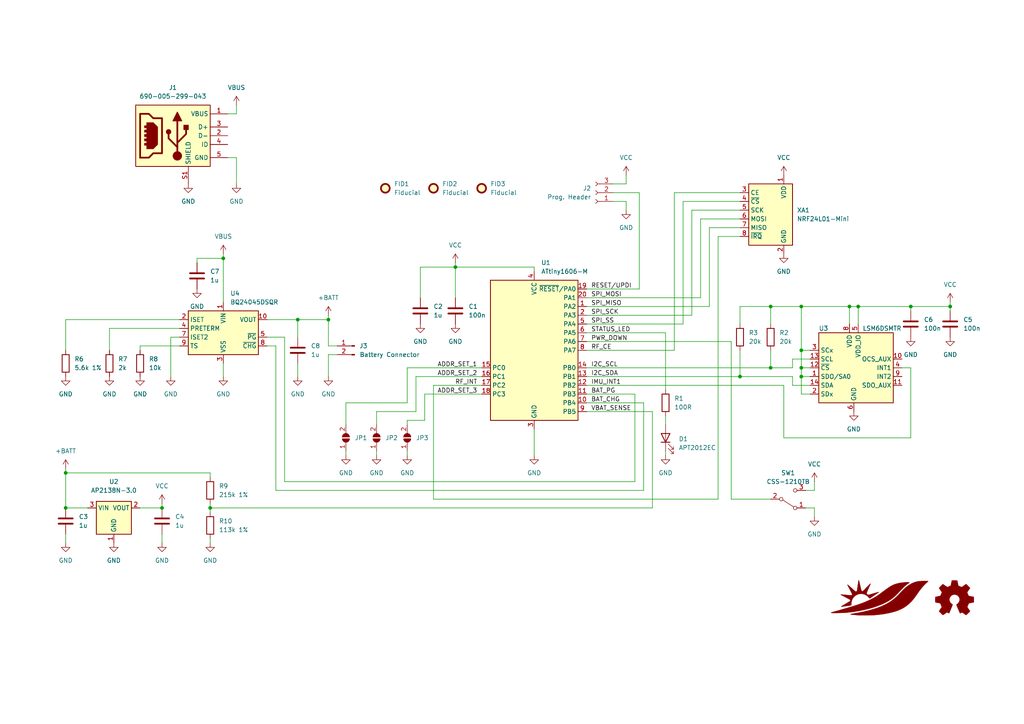
<source format=kicad_sch>
(kicad_sch (version 20230121) (generator eeschema)
  (paper "A4")
  (title_block (title "Twitch Switch") (date "2023-09-12") (rev "1.1") (company "Centre de réadaption\\nStan Cassidy\\nCentre for Rehabilitation\\n \\n \\n"))
  (lib_symbols
    (symbol "Connector:Conn_01x02_Male" (pin_names (offset 1.016) hide)
      (property "Reference" "J" (at 0 2.54 0))
      (property "Value" "Conn_01x02_Male" (at 0 -5.08 0))
      (symbol "Conn_01x02_Male_1_1"
        (pin passive line (at 5.08 0 180) (length 3.81) (name "Pin_1") (number "1"))
        (pin passive line (at 5.08 -2.54 180) (length 3.81) (name "Pin_2") (number "2"))
      )
    )
    (symbol "Connector:Conn_01x03_Female" (pin_names (offset 1.016) hide)
      (property "Reference" "J" (at 0 5.08 0))
      (property "Value" "Conn_01x03_Female" (at 0 -5.08 0))
      (symbol "Conn_01x03_Female_1_1"
        (pin passive line (at -5.08 2.54 0) (length 3.81) (name "Pin_1") (number "1"))
        (pin passive line (at -5.08 0 0) (length 3.81) (name "Pin_2") (number "2"))
        (pin passive line (at -5.08 -2.54 0) (length 3.81) (name "Pin_3") (number "3"))
      )
    )
    (symbol "Custom Symbols:690-005-299-043"
      (property "Reference" "J" (at 0.635 0 0))
      (property "Value" "690-005-299-043" (at 0 0 0))
      (symbol "690-005-299-043_1_1"
        (pin passive line (at 15.24 6.35 180) (length 5.08) (name "VBUS") (number "1"))
        (pin bidirectional line (at 15.24 0 180) (length 5.08) (name "D-") (number "2"))
        (pin bidirectional line (at 15.24 2.54 180) (length 5.08) (name "D+") (number "3"))
        (pin bidirectional line (at 15.24 -2.54 180) (length 5.08) (name "ID") (number "4"))
        (pin passive line (at 15.24 -6.35 180) (length 5.08) (name "GND") (number "5"))
        (pin passive line (at 3.81 -13.97 90) (length 5.08) (name "SHIELD") (number "S1"))
        (pin passive line (at 3.81 -13.97 90) (length 5.08) hide (name "SHIELD") (number "S2"))
        (pin passive line (at 3.81 -13.97 90) (length 5.08) hide (name "SHIELD") (number "S3"))
        (pin passive line (at 3.81 -13.97 90) (length 5.08) hide (name "SHIELD") (number "S4"))
      )
    )
    (symbol "Custom Symbols:AP2138N-3.0"
      (property "Reference" "U" (at 0 8.89 0))
      (property "Value" "AP2138N-3.0" (at 0 6.35 0))
      (symbol "AP2138N-3.0_1_1"
        (pin power_in line (at 0 -7.62 90) (length 2.54) (name "GND") (number "1"))
        (pin power_out line (at 7.62 2.54 180) (length 2.54) (name "VOUT") (number "2"))
        (pin power_in line (at -7.62 2.54 0) (length 2.54) (name "VIN") (number "3"))
      )
    )
    (symbol "Custom Symbols:BQ24045DSQR"
      (property "Reference" "U" (at -8.89 6.35 0))
      (property "Value" "BQ24045DSQR" (at 7.62 6.35 0))
      (symbol "BQ24045DSQR_1_1"
        (pin power_in line (at 0 7.62 270) (length 2.54) (name "VIN") (number "1"))
        (pin power_out line (at 12.7 2.54 180) (length 2.54) (name "VOUT") (number "10"))
        (pin passive line (at 0 -10.16 90) (length 2.54) hide (name "VSS") (number "11"))
        (pin input line (at -12.7 2.54 0) (length 2.54) (name "ISET") (number "2"))
        (pin power_in line (at 0 -10.16 90) (length 2.54) (name "VSS") (number "3"))
        (pin input line (at -12.7 0 0) (length 2.54) (name "PRETERM") (number "4"))
        (pin open_collector line (at 12.7 -2.54 180) (length 2.54) (name "~{PG}") (number "5"))
        (pin input line (at -12.7 -2.54 0) (length 2.54) (name "ISET2") (number "7"))
        (pin open_collector line (at 12.7 -5.08 180) (length 2.54) (name "~{CHG}") (number "8"))
        (pin input line (at -12.7 -5.08 0) (length 2.54) (name "TS") (number "9"))
      )
    )
    (symbol "Custom Symbols:LSM6DSMTR"
      (property "Reference" "U" (at -8.89 10.16 0))
      (property "Value" "LSM6DSMTR" (at 7.62 10.16 0))
      (symbol "LSM6DSMTR_1_1"
        (pin input line (at -12.7 -3.81 0) (length 2.54) (name "SDO/SA0") (number "1"))
        (pin bidirectional line (at 13.97 1.27 180) (length 2.54) (name "OCS_AUX") (number "10"))
        (pin bidirectional line (at 13.97 -6.35 180) (length 2.54) (name "SDO_AUX") (number "11"))
        (pin input line (at -12.7 -1.27 0) (length 2.54) (name "~{CS}") (number "12"))
        (pin bidirectional line (at -12.7 1.27 0) (length 2.54) (name "SCL") (number "13"))
        (pin bidirectional line (at -12.7 -6.35 0) (length 2.54) (name "SDA") (number "14"))
        (pin bidirectional line (at -12.7 -8.89 0) (length 2.54) (name "SDx") (number "2"))
        (pin bidirectional line (at -12.7 3.81 0) (length 2.54) (name "SCx") (number "3"))
        (pin output line (at 13.97 -1.27 180) (length 2.54) (name "INT1") (number "4"))
        (pin power_in line (at 1.27 11.43 270) (length 2.54) (name "VDD_IO") (number "5"))
        (pin power_in line (at 0 -13.97 90) (length 2.54) (name "GND") (number "6"))
        (pin passive line (at 0 -13.97 90) (length 2.54) hide (name "GND") (number "7"))
        (pin power_in line (at -1.27 11.43 270) (length 2.54) (name "VDD") (number "8"))
        (pin output line (at 13.97 -3.81 180) (length 2.54) (name "INT2") (number "9"))
      )
    )
    (symbol "Custom Symbols:Logo_Stan_Cassidy")
    (symbol "Custom Symbols:NRF24L01-Mini"
      (property "Reference" "XA" (at -8.89 12.7 0))
      (property "Value" "NRF24L01-Mini" (at -10.16 10.16 0))
      (symbol "NRF24L01-Mini_1_1"
        (pin power_in line (at 0 11.43 270) (length 2.54) (name "VDD") (number "1"))
        (pin power_in line (at 0 -11.43 90) (length 2.54) (name "GND") (number "2"))
        (pin input line (at -12.7 6.35 0) (length 2.54) (name "CE") (number "3"))
        (pin input line (at -12.7 3.81 0) (length 2.54) (name "~{CS}") (number "4"))
        (pin input line (at -12.7 1.27 0) (length 2.54) (name "SCK") (number "5"))
        (pin input line (at -12.7 -1.27 0) (length 2.54) (name "MOSI") (number "6"))
        (pin output line (at -12.7 -3.81 0) (length 2.54) (name "MISO") (number "7"))
        (pin output line (at -12.7 -6.35 0) (length 2.54) (name "~{IRQ}") (number "8"))
        (pin passive line (at 0 -11.43 90) (length 2.54) hide (name "GND") (number "9"))
      )
    )
    (symbol "Device:C" (pin_numbers hide) (pin_names (offset 0.254))
      (property "Reference" "C" (at 0.635 2.54 0))
      (property "Value" "C" (at 0.635 -2.54 0))
      (symbol "C_1_1"
        (pin passive line (at 0 3.81 270) (length 2.794) (name "~") (number "1"))
        (pin passive line (at 0 -3.81 90) (length 2.794) (name "~") (number "2"))
      )
    )
    (symbol "Device:LED" (pin_numbers hide) (pin_names (offset 1.016) hide)
      (property "Reference" "D" (at 0 2.54 0))
      (property "Value" "LED" (at 0 -2.54 0))
      (symbol "LED_1_1"
        (pin passive line (at -3.81 0 0) (length 2.54) (name "K") (number "1"))
        (pin passive line (at 3.81 0 180) (length 2.54) (name "A") (number "2"))
      )
    )
    (symbol "Device:R" (pin_numbers hide) (pin_names (offset 0))
      (property "Reference" "R" (at 2.032 0 90))
      (property "Value" "R" (at 0 0 90))
      (symbol "R_1_1"
        (pin passive line (at 0 3.81 270) (length 1.27) (name "~") (number "1"))
        (pin passive line (at 0 -3.81 90) (length 1.27) (name "~") (number "2"))
      )
    )
    (symbol "Graphic:Logo_Open_Hardware_Small" (pin_names (offset 1.016)))
    (symbol "Jumper:SolderJumper_2_Open" (pin_names (offset 0) hide)
      (property "Reference" "JP" (at 0 2.032 0))
      (property "Value" "SolderJumper_2_Open" (at 0 -2.54 0))
      (symbol "SolderJumper_2_Open_1_1"
        (pin passive line (at -3.81 0 0) (length 2.54) (name "A") (number "1"))
        (pin passive line (at 3.81 0 180) (length 2.54) (name "B") (number "2"))
      )
    )
    (symbol "MCU_Microchip_ATtiny:ATtiny1606-M"
      (property "Reference" "U" (at -12.7 21.59 0))
      (property "Value" "ATtiny1606-M" (at 2.54 -21.59 0))
      (symbol "ATtiny1606-M_1_1"
        (pin bidirectional line (at 15.24 12.7 180) (length 2.54) (name "PA2") (number "1"))
        (pin bidirectional line (at 15.24 -15.24 180) (length 2.54) (name "PB4") (number "10"))
        (pin bidirectional line (at 15.24 -12.7 180) (length 2.54) (name "PB3") (number "11"))
        (pin bidirectional line (at 15.24 -10.16 180) (length 2.54) (name "PB2") (number "12"))
        (pin bidirectional line (at 15.24 -7.62 180) (length 2.54) (name "PB1") (number "13"))
        (pin bidirectional line (at 15.24 -5.08 180) (length 2.54) (name "PB0") (number "14"))
        (pin bidirectional line (at -15.24 -5.08 0) (length 2.54) (name "PC0") (number "15"))
        (pin bidirectional line (at -15.24 -7.62 0) (length 2.54) (name "PC1") (number "16"))
        (pin bidirectional line (at -15.24 -10.16 0) (length 2.54) (name "PC2") (number "17"))
        (pin bidirectional line (at -15.24 -12.7 0) (length 2.54) (name "PC3") (number "18"))
        (pin bidirectional line (at 15.24 17.78 180) (length 2.54) (name "~{RESET}/PA0") (number "19"))
        (pin bidirectional line (at 15.24 10.16 180) (length 2.54) (name "PA3") (number "2"))
        (pin bidirectional line (at 15.24 15.24 180) (length 2.54) (name "PA1") (number "20"))
        (pin passive line (at 0 -22.86 90) (length 2.54) hide (name "GND") (number "21"))
        (pin power_in line (at 0 -22.86 90) (length 2.54) (name "GND") (number "3"))
        (pin power_in line (at 0 22.86 270) (length 2.54) (name "VCC") (number "4"))
        (pin bidirectional line (at 15.24 7.62 180) (length 2.54) (name "PA4") (number "5"))
        (pin bidirectional line (at 15.24 5.08 180) (length 2.54) (name "PA5") (number "6"))
        (pin bidirectional line (at 15.24 2.54 180) (length 2.54) (name "PA6") (number "7"))
        (pin bidirectional line (at 15.24 0 180) (length 2.54) (name "PA7") (number "8"))
        (pin bidirectional line (at 15.24 -17.78 180) (length 2.54) (name "PB5") (number "9"))
      )
    )
    (symbol "Mechanical:Fiducial"
      (property "Reference" "FID" (at 0 5.08 0))
      (property "Value" "Fiducial" (at 0 3.175 0))
    )
    (symbol "Switch:SW_SPDT" (pin_names (offset 0) hide)
      (property "Reference" "SW" (at 0 4.318 0))
      (property "Value" "SW_SPDT" (at 0 -5.08 0))
      (symbol "SW_SPDT_1_1"
        (pin passive line (at 5.08 2.54 180) (length 2.54) (name "A") (number "1"))
        (pin passive line (at -5.08 0 0) (length 2.54) (name "B") (number "2"))
        (pin passive line (at 5.08 -2.54 180) (length 2.54) (name "C") (number "3"))
      )
    )
    (symbol "power:+BATT" (power) (pin_names (offset 0))
      (property "Value" "+BATT" (at 0 3.556 0))
      (symbol "+BATT_1_1"
        (pin power_in line (at 0 0 90) (length 0) hide (name "+BATT") (number "1"))
      )
    )
    (symbol "power:GND" (power) (pin_names (offset 0))
      (property "Value" "GND" (at 0 -3.81 0))
      (symbol "GND_1_1"
        (pin power_in line (at 0 0 270) (length 0) hide (name "GND") (number "1"))
      )
    )
    (symbol "power:VBUS" (power) (pin_names (offset 0))
      (property "Value" "VBUS" (at 0 3.81 0))
      (symbol "VBUS_1_1"
        (pin power_in line (at 0 0 90) (length 0) hide (name "VBUS") (number "1"))
      )
    )
    (symbol "power:VCC" (power) (pin_names (offset 0))
      (property "Value" "VCC" (at 0 3.81 0))
      (symbol "VCC_1_1"
        (pin power_in line (at 0 0 90) (length 0) hide (name "VCC") (number "1"))
      )
    )
  )
  (junction (at 46.99 147.32))
  (junction (at 248.92 88.9))
  (junction (at 275.59 88.9))
  (junction (at 132.08 77.47))
  (junction (at 232.41 109.22))
  (junction (at 232.41 88.9))
  (junction (at 223.52 106.68))
  (junction (at 19.05 147.32))
  (junction (at 223.52 88.9))
  (junction (at 19.05 137.16))
  (junction (at 232.41 106.68))
  (junction (at 86.36 92.71))
  (junction (at 246.38 88.9))
  (junction (at 60.96 147.32))
  (junction (at 232.41 101.6))
  (junction (at 64.77 74.93))
  (junction (at 214.63 109.22))
  (junction (at 95.25 92.71))
  (junction (at 264.16 88.9))
  (wire (pts (xy 46.99 157.48) (xy 46.99 154.94)))
  (wire (pts (xy 264.16 88.9) (xy 275.59 88.9)))
  (wire (pts (xy 121.92 86.36) (xy 121.92 77.47)))
  (wire (pts (xy 60.96 147.32) (xy 189.23 147.32)))
  (wire (pts (xy 60.96 147.32) (xy 60.96 148.59)))
  (wire (pts (xy 214.63 63.5) (xy 203.2 63.5)))
  (wire (pts (xy 177.8 53.34) (xy 181.61 53.34)))
  (wire (pts (xy 66.04 33.02) (xy 68.58 33.02)))
  (wire (pts (xy 132.08 77.47) (xy 154.94 77.47)))
  (wire (pts (xy 170.18 101.6) (xy 195.58 101.6)))
  (wire (pts (xy 205.74 88.9) (xy 205.74 66.04)))
  (wire (pts (xy 109.22 132.08) (xy 109.22 130.81)))
  (wire (pts (xy 80.01 142.24) (xy 186.69 142.24)))
  (wire (pts (xy 246.38 88.9) (xy 248.92 88.9)))
  (wire (pts (xy 232.41 101.6) (xy 234.95 101.6)))
  (wire (pts (xy 86.36 109.22) (xy 86.36 105.41)))
  (wire (pts (xy 236.22 142.24) (xy 233.68 142.24)))
  (wire (pts (xy 95.25 102.87) (xy 97.79 102.87)))
  (wire (pts (xy 214.63 55.88) (xy 195.58 55.88)))
  (wire (pts (xy 203.2 63.5) (xy 203.2 86.36)))
  (wire (pts (xy 170.18 83.82) (xy 185.42 83.82)))
  (wire (pts (xy 77.47 92.71) (xy 86.36 92.71)))
  (wire (pts (xy 123.19 114.3) (xy 123.19 121.92)))
  (wire (pts (xy 95.25 91.44) (xy 95.25 92.71)))
  (wire (pts (xy 19.05 137.16) (xy 19.05 147.32)))
  (wire (pts (xy 60.96 137.16) (xy 19.05 137.16)))
  (wire (pts (xy 214.63 88.9) (xy 214.63 93.98)))
  (wire (pts (xy 31.75 101.6) (xy 31.75 95.25)))
  (wire (pts (xy 125.73 111.76) (xy 125.73 144.78)))
  (wire (pts (xy 214.63 101.6) (xy 214.63 109.22)))
  (wire (pts (xy 40.64 147.32) (xy 46.99 147.32)))
  (wire (pts (xy 229.87 106.68) (xy 229.87 104.14)))
  (wire (pts (xy 95.25 102.87) (xy 95.25 109.22)))
  (wire (pts (xy 236.22 147.32) (xy 236.22 149.86)))
  (wire (pts (xy 46.99 146.05) (xy 46.99 147.32)))
  (wire (pts (xy 212.09 144.78) (xy 223.52 144.78)))
  (wire (pts (xy 123.19 121.92) (xy 118.11 121.92)))
  (wire (pts (xy 275.59 88.9) (xy 275.59 90.17)))
  (wire (pts (xy 77.47 97.79) (xy 82.55 97.79)))
  (wire (pts (xy 68.58 45.72) (xy 68.58 53.34)))
  (wire (pts (xy 184.15 139.7) (xy 184.15 114.3)))
  (wire (pts (xy 232.41 88.9) (xy 246.38 88.9)))
  (wire (pts (xy 64.77 74.93) (xy 64.77 87.63)))
  (wire (pts (xy 193.04 96.52) (xy 193.04 113.03)))
  (wire (pts (xy 223.52 101.6) (xy 223.52 106.68)))
  (wire (pts (xy 125.73 144.78) (xy 208.28 144.78)))
  (wire (pts (xy 109.22 119.38) (xy 120.65 119.38)))
  (wire (pts (xy 264.16 88.9) (xy 264.16 90.17)))
  (wire (pts (xy 229.87 109.22) (xy 229.87 111.76)))
  (wire (pts (xy 186.69 116.84) (xy 170.18 116.84)))
  (wire (pts (xy 170.18 111.76) (xy 227.33 111.76)))
  (wire (pts (xy 154.94 132.08) (xy 154.94 124.46)))
  (wire (pts (xy 181.61 53.34) (xy 181.61 50.8)))
  (wire (pts (xy 60.96 157.48) (xy 60.96 156.21)))
  (wire (pts (xy 232.41 114.3) (xy 232.41 109.22)))
  (wire (pts (xy 52.07 100.33) (xy 40.64 100.33)))
  (wire (pts (xy 121.92 77.47) (xy 132.08 77.47)))
  (wire (pts (xy 19.05 157.48) (xy 19.05 154.94)))
  (wire (pts (xy 264.16 106.68) (xy 261.62 106.68)))
  (wire (pts (xy 177.8 55.88) (xy 185.42 55.88)))
  (wire (pts (xy 80.01 100.33) (xy 80.01 142.24)))
  (wire (pts (xy 229.87 104.14) (xy 234.95 104.14)))
  (wire (pts (xy 208.28 68.58) (xy 214.63 68.58)))
  (wire (pts (xy 170.18 109.22) (xy 214.63 109.22)))
  (wire (pts (xy 86.36 92.71) (xy 86.36 97.79)))
  (wire (pts (xy 95.25 92.71) (xy 95.25 100.33)))
  (wire (pts (xy 177.8 58.42) (xy 181.61 58.42)))
  (wire (pts (xy 64.77 73.66) (xy 64.77 74.93)))
  (wire (pts (xy 185.42 55.88) (xy 185.42 83.82)))
  (wire (pts (xy 60.96 146.05) (xy 60.96 147.32)))
  (wire (pts (xy 200.66 60.96) (xy 200.66 91.44)))
  (wire (pts (xy 66.04 45.72) (xy 68.58 45.72)))
  (wire (pts (xy 118.11 121.92) (xy 118.11 123.19)))
  (wire (pts (xy 214.63 109.22) (xy 229.87 109.22)))
  (wire (pts (xy 57.15 74.93) (xy 64.77 74.93)))
  (wire (pts (xy 118.11 116.84) (xy 100.33 116.84)))
  (wire (pts (xy 125.73 111.76) (xy 139.7 111.76)))
  (wire (pts (xy 170.18 93.98) (xy 198.12 93.98)))
  (wire (pts (xy 189.23 119.38) (xy 189.23 147.32)))
  (wire (pts (xy 49.53 97.79) (xy 49.53 109.22)))
  (wire (pts (xy 132.08 76.2) (xy 132.08 77.47)))
  (wire (pts (xy 132.08 77.47) (xy 132.08 86.36)))
  (wire (pts (xy 234.95 109.22) (xy 232.41 109.22)))
  (wire (pts (xy 154.94 77.47) (xy 154.94 78.74)))
  (wire (pts (xy 57.15 76.2) (xy 57.15 74.93)))
  (wire (pts (xy 212.09 99.06) (xy 212.09 144.78)))
  (wire (pts (xy 186.69 142.24) (xy 186.69 116.84)))
  (wire (pts (xy 170.18 96.52) (xy 193.04 96.52)))
  (wire (pts (xy 193.04 130.81) (xy 193.04 132.08)))
  (wire (pts (xy 40.64 100.33) (xy 40.64 101.6)))
  (wire (pts (xy 214.63 88.9) (xy 223.52 88.9)))
  (wire (pts (xy 82.55 139.7) (xy 184.15 139.7)))
  (wire (pts (xy 229.87 111.76) (xy 234.95 111.76)))
  (wire (pts (xy 184.15 114.3) (xy 170.18 114.3)))
  (wire (pts (xy 68.58 33.02) (xy 68.58 30.48)))
  (wire (pts (xy 264.16 106.68) (xy 264.16 127)))
  (wire (pts (xy 223.52 106.68) (xy 229.87 106.68)))
  (wire (pts (xy 236.22 139.7) (xy 236.22 142.24)))
  (wire (pts (xy 120.65 119.38) (xy 120.65 109.22)))
  (wire (pts (xy 109.22 123.19) (xy 109.22 119.38)))
  (wire (pts (xy 234.95 106.68) (xy 232.41 106.68)))
  (wire (pts (xy 170.18 86.36) (xy 203.2 86.36)))
  (wire (pts (xy 208.28 144.78) (xy 208.28 68.58)))
  (wire (pts (xy 52.07 97.79) (xy 49.53 97.79)))
  (wire (pts (xy 246.38 93.98) (xy 246.38 88.9)))
  (wire (pts (xy 77.47 100.33) (xy 80.01 100.33)))
  (wire (pts (xy 234.95 114.3) (xy 232.41 114.3)))
  (wire (pts (xy 118.11 106.68) (xy 118.11 116.84)))
  (wire (pts (xy 198.12 58.42) (xy 214.63 58.42)))
  (wire (pts (xy 212.09 99.06) (xy 170.18 99.06)))
  (wire (pts (xy 19.05 147.32) (xy 25.4 147.32)))
  (wire (pts (xy 181.61 58.42) (xy 181.61 60.96)))
  (wire (pts (xy 233.68 147.32) (xy 236.22 147.32)))
  (wire (pts (xy 60.96 138.43) (xy 60.96 137.16)))
  (wire (pts (xy 139.7 106.68) (xy 118.11 106.68)))
  (wire (pts (xy 100.33 116.84) (xy 100.33 123.19)))
  (wire (pts (xy 198.12 93.98) (xy 198.12 58.42)))
  (wire (pts (xy 214.63 60.96) (xy 200.66 60.96)))
  (wire (pts (xy 189.23 119.38) (xy 170.18 119.38)))
  (wire (pts (xy 232.41 106.68) (xy 232.41 101.6)))
  (wire (pts (xy 100.33 132.08) (xy 100.33 130.81)))
  (wire (pts (xy 275.59 87.63) (xy 275.59 88.9)))
  (wire (pts (xy 170.18 91.44) (xy 200.66 91.44)))
  (wire (pts (xy 19.05 92.71) (xy 52.07 92.71)))
  (wire (pts (xy 227.33 111.76) (xy 227.33 127)))
  (wire (pts (xy 82.55 97.79) (xy 82.55 139.7)))
  (wire (pts (xy 95.25 100.33) (xy 97.79 100.33)))
  (wire (pts (xy 223.52 88.9) (xy 223.52 93.98)))
  (wire (pts (xy 223.52 88.9) (xy 232.41 88.9)))
  (wire (pts (xy 205.74 66.04) (xy 214.63 66.04)))
  (wire (pts (xy 86.36 92.71) (xy 95.25 92.71)))
  (wire (pts (xy 31.75 95.25) (xy 52.07 95.25)))
  (wire (pts (xy 64.77 109.22) (xy 64.77 105.41)))
  (wire (pts (xy 118.11 130.81) (xy 118.11 132.08)))
  (wire (pts (xy 248.92 88.9) (xy 264.16 88.9)))
  (wire (pts (xy 232.41 101.6) (xy 232.41 88.9)))
  (wire (pts (xy 227.33 127) (xy 264.16 127)))
  (wire (pts (xy 232.41 109.22) (xy 232.41 106.68)))
  (wire (pts (xy 120.65 109.22) (xy 139.7 109.22)))
  (wire (pts (xy 19.05 101.6) (xy 19.05 92.71)))
  (wire (pts (xy 193.04 120.65) (xy 193.04 123.19)))
  (wire (pts (xy 248.92 93.98) (xy 248.92 88.9)))
  (wire (pts (xy 139.7 114.3) (xy 123.19 114.3)))
  (wire (pts (xy 170.18 88.9) (xy 205.74 88.9)))
  (wire (pts (xy 19.05 135.89) (xy 19.05 137.16)))
  (wire (pts (xy 195.58 55.88) (xy 195.58 101.6)))
  (wire (pts (xy 170.18 106.68) (xy 223.52 106.68)))
  (label "PWR_DOWN" (at 171.45 99.06 0))
  (label "I2C_SDA" (at 171.45 109.22 0))
  (label "RF_CE" (at 171.45 101.6 0))
  (label "SPI_SS" (at 171.45 93.98 0))
  (label "STATUS_LED" (at 171.45 96.52 0))
  (label "IMU_INT1" (at 171.45 111.76 0))
  (label "BAT_CHG" (at 171.45 116.84 0))
  (label "RESET{slash}UPDI" (at 171.45 83.82 0))
  (label "ADDR_SET_3" (at 138.43 114.3 180))
  (label "SPI_MISO" (at 171.45 88.9 0))
  (label "RF_INT" (at 138.43 111.76 180))
  (label "SPI_MOSI" (at 171.45 86.36 0))
  (label "BAT_PG" (at 171.45 114.3 0))
  (label "SPI_SCK" (at 171.45 91.44 0))
  (label "ADDR_SET_2" (at 138.43 109.22 180))
  (label "ADDR_SET_1" (at 138.43 106.68 180))
  (label "I2C_SCL" (at 171.45 106.68 0))
  (label "VBAT_SENSE" (at 171.45 119.38 0))
  (symbol (lib_id "Switch:SW_SPDT") (at 228.6 144.78 0) (mirror x) (unit 1)
    (property "Reference" "SW1" (at 228.6 137.16 0))
    (property "Value" "CSS-1210TB" (at 228.6 139.7 0))
    (property "Footprint" "footprints:CSS-1210TB" (effects hide))
    (property "Datasheet" "https://www.nidec-copal-electronics.com/e/catalog/switch/css.pdf" (effects hide))
    (property "Part" "CSS-1210TB" (effects hide))
  )
  (symbol (lib_id "Mechanical:Fiducial") (at 125.73 54.61 0) (unit 1) (in_bom no)
    (property "Reference" "FID2" (at 128.27 53.3399 0) (effects (justify left)))
    (property "Value" "Fiducial" (at 128.27 55.8799 0) (effects (justify left)))
    (property "Footprint" "Fiducial:Fiducial_0.5mm_Mask1mm" (effects hide))
  )
  (symbol (lib_id "Jumper:SolderJumper_2_Open") (at 118.11 127 90) (unit 1) (in_bom no)
    (property "Reference" "JP3" (at 120.65 126.9999 90) (effects (justify right)))
    (property "Value" "SolderJumper_2_Open" (effects hide))
    (property "Footprint" "Jumper:SolderJumper-2_P1.3mm_Open_RoundedPad1.0x1.5mm" (effects hide))
  )
  (symbol (lib_id "power:+BATT") (at 19.05 135.89 0) (unit 1)
    (property "Reference" "#PWR0138" (effects hide))
    (property "Value" "+BATT" (at 19.05 130.81 0))
  )
  (symbol (lib_id "power:GND") (at 247.65 119.38 0) (unit 1)
    (property "Reference" "#PWR0103" (effects hide))
    (property "Value" "GND" (at 247.65 124.46 0))
  )
  (symbol (lib_id "Custom Symbols:NRF24L01-Mini") (at 227.33 62.23 0) (unit 1)
    (property "Reference" "XA1" (at 231.14 60.9599 0) (effects (justify left)))
    (property "Value" "NRF24L01-Mini" (at 231.14 63.4999 0) (effects (justify left)))
    (property "Footprint" "footprints:NRF24L01-Mini" (effects hide))
    (property "Datasheet" "https://www.hotmcu.com/mini-nrf24l01-24ghz-smd-wireless-transceiver-module-p-275.html" (effects hide))
    (property "Part" "NRF24L01-Mini" (effects hide))
  )
  (symbol (lib_id "power:GND") (at 19.05 157.48 0) (unit 1)
    (property "Reference" "#PWR0108" (effects hide))
    (property "Value" "GND" (at 19.05 162.56 0))
  )
  (symbol (lib_id "power:GND") (at 68.58 53.34 0) (unit 1)
    (property "Reference" "#PWR0122" (effects hide))
    (property "Value" "GND" (at 68.58 58.42 0))
  )
  (symbol (lib_id "Device:R") (at 223.52 97.79 0) (unit 1)
    (property "Reference" "R2" (at 226.06 96.5199 0) (effects (justify left)))
    (property "Value" "20k" (at 226.06 99.0599 0) (effects (justify left)))
    (property "Footprint" "Resistor_SMD:R_0402_1005Metric" (effects hide))
    (property "Datasheet" "https://www.seielect.com/catalog/sei-rmcf_rmcp.pdf" (effects hide))
    (property "Part" "RMCF0603JT20K0" (effects hide))
  )
  (symbol (lib_id "power:GND") (at 118.11 132.08 0) (unit 1)
    (property "Reference" "#PWR0114" (effects hide))
    (property "Value" "GND" (at 118.11 137.16 0))
  )
  (symbol (lib_id "Jumper:SolderJumper_2_Open") (at 109.22 127 90) (unit 1) (in_bom no)
    (property "Reference" "JP2" (at 111.76 126.9999 90) (effects (justify right)))
    (property "Value" "SolderJumper_2_Open" (effects hide))
    (property "Footprint" "Jumper:SolderJumper-2_P1.3mm_Open_RoundedPad1.0x1.5mm" (effects hide))
  )
  (symbol (lib_id "Device:R") (at 193.04 116.84 0) (unit 1)
    (property "Reference" "R1" (at 195.58 115.5699 0) (effects (justify left)))
    (property "Value" "100R" (at 195.58 118.1099 0) (effects (justify left)))
    (property "Footprint" "Resistor_SMD:R_0402_1005Metric" (effects hide))
    (property "Datasheet" "https://www.seielect.com/catalog/sei-rmcf_rmcp.pdf" (effects hide))
    (property "Part" "RMCF0603JT100R" (effects hide))
  )
  (symbol (lib_id "power:GND") (at 193.04 132.08 0) (unit 1)
    (property "Reference" "#PWR0113" (effects hide))
    (property "Value" "GND" (at 193.04 137.16 0))
  )
  (symbol (lib_id "power:GND") (at 60.96 157.48 0) (unit 1)
    (property "Reference" "#PWR0136" (effects hide))
    (property "Value" "GND" (at 60.96 162.56 0))
  )
  (symbol (lib_id "power:GND") (at 275.59 97.79 0) (unit 1)
    (property "Reference" "#PWR0101" (effects hide))
    (property "Value" "GND" (at 275.59 102.87 0))
  )
  (symbol (lib_id "Custom Symbols:LSM6DSMTR") (at 247.65 105.41 0) (unit 1)
    (property "Reference" "U3" (at 237.49 95.25 0) (effects (justify left)))
    (property "Value" "LSM6DSMTR" (at 250.19 95.25 0) (effects (justify left)))
    (property "Footprint" "footprints:LSM6DSMTR" (effects hide))
    (property "Datasheet" "https://www.st.com/content/ccc/resource/technical/document/datasheet/76/27/cf/88/c5/03/42/6b/DM00218116.pdf/files/DM00218116.pdf/jcr:content/translations/en.DM00218116.pdf" (effects hide))
  )
  (symbol (lib_id "power:GND") (at 33.02 157.48 0) (unit 1)
    (property "Reference" "#PWR0109" (effects hide))
    (property "Value" "GND" (at 33.02 162.56 0))
  )
  (symbol (lib_id "Device:R") (at 19.05 105.41 0) (unit 1)
    (property "Reference" "R6" (at 21.59 104.1399 0) (effects (justify left)))
    (property "Value" "5.6k 1%" (at 21.59 106.6799 0) (effects (justify left)))
    (property "Footprint" "Resistor_SMD:R_0402_1005Metric" (effects hide))
    (property "Datasheet" "https://www.seielect.com/catalog/sei-rmcf_rmcp.pdf" (effects hide))
    (property "Part" "RMCF0603FT5K60" (effects hide))
  )
  (symbol (lib_id "Mechanical:Fiducial") (at 111.76 54.61 0) (unit 1) (in_bom no)
    (property "Reference" "FID1" (at 114.3 53.3399 0) (effects (justify left)))
    (property "Value" "Fiducial" (at 114.3 55.8799 0) (effects (justify left)))
    (property "Footprint" "Fiducial:Fiducial_0.5mm_Mask1mm" (effects hide))
  )
  (symbol (lib_id "Graphic:Logo_Open_Hardware_Small") (at 276.86 173.99 0) (unit 1) (in_bom no)
    (property "Reference" "LOGO1" (effects hide))
    (property "Value" "Logo_Open_Hardware_Small" (effects hide))
    (property "Footprint" "Symbol:OSHW-Logo_11.4x12mm_SilkScreen" (effects hide))
  )
  (symbol (lib_id "power:VCC") (at 132.08 76.2 0) (unit 1)
    (property "Reference" "#PWR0106" (effects hide))
    (property "Value" "VCC" (at 132.08 71.12 0))
  )
  (symbol (lib_id "power:GND") (at 227.33 73.66 0) (unit 1)
    (property "Reference" "#PWR0131" (effects hide))
    (property "Value" "GND" (at 227.33 78.74 0))
  )
  (symbol (lib_id "Device:C") (at 46.99 151.13 180) (unit 1)
    (property "Reference" "C4" (at 50.8 149.8599 0) (effects (justify right)))
    (property "Value" "1u" (at 50.8 152.3999 0) (effects (justify right)))
    (property "Footprint" "Capacitor_SMD:C_0402_1005Metric" (effects hide))
    (property "Datasheet" "https://media.digikey.com/pdf/Data%20Sheets/Samsung%20PDFs/CL10B104KB8NNWC_Spec.pdf" (effects hide))
    (property "Part" "CL10B105KP8NFNC" (effects hide))
  )
  (symbol (lib_id "power:GND") (at 40.64 109.22 0) (unit 1)
    (property "Reference" "#PWR0135" (effects hide))
    (property "Value" "GND" (at 40.64 114.3 0))
  )
  (symbol (lib_id "Custom Symbols:BQ24045DSQR") (at 64.77 95.25 0) (unit 1)
    (property "Reference" "U4" (at 66.7894 85.09 0) (effects (justify left)))
    (property "Value" "BQ24045DSQR" (at 66.7894 87.63 0) (effects (justify left)))
    (property "Footprint" "footprints:BQ24045DSQR" (effects hide))
    (property "Datasheet" "https://www.ti.com/lit/ds/symlink/bq24045.pdf" (effects hide))
    (property "Part" "BQ24045DSQR" (effects hide))
  )
  (symbol (lib_id "power:GND") (at 86.36 109.22 0) (unit 1)
    (property "Reference" "#PWR0126" (effects hide))
    (property "Value" "GND" (at 86.36 114.3 0))
  )
  (symbol (lib_id "power:GND") (at 46.99 157.48 0) (unit 1)
    (property "Reference" "#PWR0104" (effects hide))
    (property "Value" "GND" (at 46.99 162.56 0))
  )
  (symbol (lib_id "Device:C") (at 86.36 101.6 180) (unit 1)
    (property "Reference" "C8" (at 90.17 100.3299 0) (effects (justify right)))
    (property "Value" "1u" (at 90.17 102.8699 0) (effects (justify right)))
    (property "Footprint" "Capacitor_SMD:C_0402_1005Metric" (effects hide))
    (property "Datasheet" "https://media.digikey.com/pdf/Data%20Sheets/Samsung%20PDFs/CL10B104KB8NNWC_Spec.pdf" (effects hide))
    (property "Part" "CL10B105KP8NFNC" (effects hide))
  )
  (symbol (lib_id "power:GND") (at 100.33 132.08 0) (unit 1)
    (property "Reference" "#PWR0115" (effects hide))
    (property "Value" "GND" (at 100.33 137.16 0))
  )
  (symbol (lib_id "Device:R") (at 31.75 105.41 0) (unit 1)
    (property "Reference" "R7" (at 34.29 104.1399 0) (effects (justify left)))
    (property "Value" "2k" (at 34.29 106.6799 0) (effects (justify left)))
    (property "Footprint" "Resistor_SMD:R_0402_1005Metric" (effects hide))
    (property "Datasheet" "https://www.seielect.com/catalog/sei-rmcf_rmcp.pdf" (effects hide))
    (property "Part" "RMCF0603JT2K00" (effects hide))
  )
  (symbol (lib_id "power:GND") (at 264.16 97.79 0) (unit 1)
    (property "Reference" "#PWR0128" (effects hide))
    (property "Value" "GND" (at 264.16 102.87 0))
  )
  (symbol (lib_id "power:GND") (at 19.05 109.22 0) (unit 1)
    (property "Reference" "#PWR0133" (effects hide))
    (property "Value" "GND" (at 19.05 114.3 0))
  )
  (symbol (lib_id "power:VCC") (at 275.59 87.63 0) (unit 1)
    (property "Reference" "#PWR0102" (effects hide))
    (property "Value" "VCC" (at 275.59 82.55 0))
  )
  (symbol (lib_id "power:VCC") (at 46.99 146.05 0) (unit 1)
    (property "Reference" "#PWR0105" (effects hide))
    (property "Value" "VCC" (at 46.99 140.97 0))
  )
  (symbol (lib_id "Device:C") (at 264.16 93.98 180) (unit 1)
    (property "Reference" "C6" (at 267.97 92.7099 0) (effects (justify right)))
    (property "Value" "100n" (at 267.97 95.2499 0) (effects (justify right)))
    (property "Footprint" "Capacitor_SMD:C_0402_1005Metric" (effects hide))
    (property "Datasheet" "https://media.digikey.com/pdf/Data%20Sheets/Samsung%20PDFs/CL10B104KB8NNWC_Spec.pdf" (effects hide))
    (property "Part" "CL10B105KP8NFNC" (effects hide))
  )
  (symbol (lib_id "power:GND") (at 64.77 109.22 0) (unit 1)
    (property "Reference" "#PWR0124" (effects hide))
    (property "Value" "GND" (at 64.77 114.3 0))
  )
  (symbol (lib_id "Mechanical:Fiducial") (at 139.7 54.61 0) (unit 1) (in_bom no)
    (property "Reference" "FID3" (at 142.24 53.3399 0) (effects (justify left)))
    (property "Value" "Fiducial" (at 142.24 55.8799 0) (effects (justify left)))
    (property "Footprint" "Fiducial:Fiducial_0.5mm_Mask1mm" (effects hide))
  )
  (symbol (lib_id "power:GND") (at 236.22 149.86 0) (mirror y) (unit 1)
    (property "Reference" "#PWR0127" (effects hide))
    (property "Value" "GND" (at 236.22 154.94 0))
  )
  (symbol (lib_id "power:VBUS") (at 68.58 30.48 0) (unit 1)
    (property "Reference" "#PWR0130" (effects hide))
    (property "Value" "VBUS" (at 68.58 25.4 0))
  )
  (symbol (lib_id "Connector:Conn_01x02_Male") (at 102.87 100.33 0) (mirror y) (unit 1)
    (property "Reference" "J3" (at 105.41 100.33 0))
    (property "Value" "Battery Connector" (at 113.03 102.87 0))
    (property "Footprint" "Connector_JST:JST_PH_S2B-PH-K_1x02_P2.00mm_Horizontal" (effects hide))
    (property "Datasheet" "https://www.jst-mfg.com/product/pdf/eng/ePH.pdf" (effects hide))
    (property "Part" "S2B-PH-K-S(LF)(SN)" (effects hide))
  )
  (symbol (lib_id "power:+BATT") (at 95.25 91.44 0) (unit 1)
    (property "Reference" "#PWR0110" (effects hide))
    (property "Value" "+BATT" (at 95.25 86.36 0))
  )
  (symbol (lib_id "Custom Symbols:AP2138N-3.0") (at 33.02 149.86 0) (unit 1)
    (property "Reference" "U2" (at 33.02 139.7 0))
    (property "Value" "AP2138N-3.0" (at 33.02 142.24 0))
    (property "Footprint" "Package_TO_SOT_SMD:SOT-23" (effects hide))
    (property "Datasheet" "https://www.diodes.com/assets/Datasheets/AP2138-9.pdf" (effects hide))
    (property "Part" "AP2138N-3.0TRG1" (effects hide))
  )
  (symbol (lib_id "power:GND") (at 49.53 109.22 0) (unit 1)
    (property "Reference" "#PWR0132" (effects hide))
    (property "Value" "GND" (at 49.53 114.3 0))
  )
  (symbol (lib_id "Device:C") (at 121.92 90.17 180) (unit 1)
    (property "Reference" "C2" (at 125.73 88.8999 0) (effects (justify right)))
    (property "Value" "1u" (at 125.73 91.4399 0) (effects (justify right)))
    (property "Footprint" "Capacitor_SMD:C_0402_1005Metric" (effects hide))
    (property "Datasheet" "https://media.digikey.com/pdf/Data%20Sheets/Samsung%20PDFs/CL10B104KB8NNWC_Spec.pdf" (effects hide))
    (property "Part" "CL10B105KP8NFNC" (effects hide))
  )
  (symbol (lib_id "Device:C") (at 57.15 80.01 180) (unit 1)
    (property "Reference" "C7" (at 60.96 78.7399 0) (effects (justify right)))
    (property "Value" "1u" (at 60.96 81.2799 0) (effects (justify right)))
    (property "Footprint" "Capacitor_SMD:C_0402_1005Metric" (effects hide))
    (property "Datasheet" "https://media.digikey.com/pdf/Data%20Sheets/Samsung%20PDFs/CL10B104KB8NNWC_Spec.pdf" (effects hide))
    (property "Part" "CL10B105KP8NFNC" (effects hide))
  )
  (symbol (lib_id "Device:C") (at 19.05 151.13 180) (unit 1)
    (property "Reference" "C3" (at 22.86 149.8599 0) (effects (justify right)))
    (property "Value" "1u" (at 22.86 152.3999 0) (effects (justify right)))
    (property "Footprint" "Capacitor_SMD:C_0402_1005Metric" (effects hide))
    (property "Datasheet" "https://media.digikey.com/pdf/Data%20Sheets/Samsung%20PDFs/CL10B104KB8NNWC_Spec.pdf" (effects hide))
    (property "Part" "CL10B105KP8NFNC" (effects hide))
  )
  (symbol (lib_id "Device:LED") (at 193.04 127 90) (unit 1)
    (property "Reference" "D1" (at 196.85 127.3174 90) (effects (justify right)))
    (property "Value" "APT2012EC" (at 196.85 129.8574 90) (effects (justify right)))
    (property "Footprint" "LED_SMD:LED_0805_2012Metric" (effects hide))
    (property "Datasheet" "https://www.kingbrightusa.com/images/catalog/SPEC/APT2012EC.pdf" (effects hide))
    (property "Part" "APT2012EC" (effects hide))
  )
  (symbol (lib_id "power:GND") (at 132.08 93.98 0) (unit 1)
    (property "Reference" "#PWR0111" (effects hide))
    (property "Value" "GND" (at 132.08 99.06 0))
  )
  (symbol (lib_id "Device:R") (at 40.64 105.41 0) (unit 1)
    (property "Reference" "R8" (at 43.18 104.1399 0) (effects (justify left)))
    (property "Value" "10k" (at 43.18 106.6799 0) (effects (justify left)))
    (property "Footprint" "Resistor_SMD:R_0402_1005Metric" (effects hide))
    (property "Datasheet" "https://www.seielect.com/catalog/sei-rmcf_rmcp.pdf" (effects hide))
    (property "Part" "RMCF0603JT10K0" (effects hide))
  )
  (symbol (lib_id "Custom Symbols:Logo_Stan_Cassidy") (at 255.27 173.99 0) (unit 1) (in_bom no)
    (property "Reference" "LOGO2" (effects hide))
    (property "Value" "Logo_Stan_Cassidy" (effects hide))
    (property "Footprint" "footprints:Logo_Stan_Cassidy" (effects hide))
  )
  (symbol (lib_id "power:VCC") (at 181.61 50.8 0) (unit 1)
    (property "Reference" "#PWR0118" (effects hide))
    (property "Value" "VCC" (at 181.61 45.72 0))
  )
  (symbol (lib_id "power:VCC") (at 227.33 50.8 0) (unit 1)
    (property "Reference" "#PWR0120" (effects hide))
    (property "Value" "VCC" (at 227.33 45.72 0))
  )
  (symbol (lib_id "Jumper:SolderJumper_2_Open") (at 100.33 127 90) (unit 1) (in_bom no)
    (property "Reference" "JP1" (at 102.87 126.9999 90) (effects (justify right)))
    (property "Value" "SolderJumper_2_Open" (effects hide))
    (property "Footprint" "Jumper:SolderJumper-2_P1.3mm_Open_RoundedPad1.0x1.5mm" (effects hide))
  )
  (symbol (lib_id "power:GND") (at 57.15 83.82 0) (unit 1)
    (property "Reference" "#PWR0125" (effects hide))
    (property "Value" "GND" (at 57.15 88.9 0))
  )
  (symbol (lib_id "Connector:Conn_01x03_Female") (at 172.72 55.88 180) (unit 1) (in_bom no)
    (property "Reference" "J2" (at 171.45 54.61 0) (effects (justify left)))
    (property "Value" "Prog. Header" (at 171.45 57.15 0) (effects (justify left)))
    (property "Footprint" "Connector_PinHeader_2.54mm:PinHeader_1x03_P2.54mm_Vertical" (effects hide))
  )
  (symbol (lib_id "power:GND") (at 31.75 109.22 0) (unit 1)
    (property "Reference" "#PWR0134" (effects hide))
    (property "Value" "GND" (at 31.75 114.3 0))
  )
  (symbol (lib_id "Device:R") (at 214.63 97.79 0) (unit 1)
    (property "Reference" "R3" (at 217.17 96.5199 0) (effects (justify left)))
    (property "Value" "20k" (at 217.17 99.0599 0) (effects (justify left)))
    (property "Footprint" "Resistor_SMD:R_0402_1005Metric" (effects hide))
    (property "Datasheet" "https://www.seielect.com/catalog/sei-rmcf_rmcp.pdf" (effects hide))
    (property "Part" "RMCF0603JT20K0" (effects hide))
  )
  (symbol (lib_id "power:VCC") (at 236.22 139.7 0) (mirror y) (unit 1)
    (property "Reference" "#PWR0137" (effects hide))
    (property "Value" "VCC" (at 236.22 134.62 0))
  )
  (symbol (lib_id "MCU_Microchip_ATtiny:ATtiny1606-M") (at 154.94 101.6 0) (unit 1)
    (property "Reference" "U1" (at 156.9594 76.2 0) (effects (justify left)))
    (property "Value" "ATtiny1606-M" (at 156.9594 78.74 0) (effects (justify left)))
    (property "Footprint" "Package_DFN_QFN:VQFN-20-1EP_3x3mm_P0.4mm_EP1.7x1.7mm" (effects hide))
    (property "Datasheet" "http://ww1.microchip.com/downloads/en/DeviceDoc/ATtiny806_1606_Data_Sheet_40002029A.pdf" (effects hide))
    (property "Part" "ATtiny1606-MFR" (effects hide))
  )
  (symbol (lib_id "power:GND") (at 95.25 109.22 0) (mirror y) (unit 1)
    (property "Reference" "#PWR0119" (effects hide))
    (property "Value" "GND" (at 95.25 114.3 0))
  )
  (symbol (lib_id "power:GND") (at 121.92 93.98 0) (unit 1)
    (property "Reference" "#PWR0107" (effects hide))
    (property "Value" "GND" (at 121.92 99.06 0))
  )
  (symbol (lib_id "Custom Symbols:690-005-299-043") (at 50.8 39.37 0) (unit 1)
    (property "Reference" "J1" (at 50.165 25.4 0))
    (property "Value" "690-005-299-043" (at 50.165 27.94 0))
    (property "Footprint" "footprints:690-005-299-043" (effects hide))
    (property "Datasheet" "http://files.edac.net/edac/content/1/690-005-299-043.pdf" (effects hide))
  )
  (symbol (lib_id "power:GND") (at 154.94 132.08 0) (unit 1)
    (property "Reference" "#PWR0112" (effects hide))
    (property "Value" "GND" (at 154.94 137.16 0))
  )
  (symbol (lib_id "power:GND") (at 54.61 53.34 0) (unit 1)
    (property "Reference" "#PWR0121" (effects hide))
    (property "Value" "GND" (at 54.61 58.42 0))
  )
  (symbol (lib_id "Device:R") (at 60.96 142.24 0) (unit 1)
    (property "Reference" "R9" (at 63.5 140.9699 0) (effects (justify left)))
    (property "Value" "215k 1%" (at 63.5 143.5099 0) (effects (justify left)))
    (property "Footprint" "Resistor_SMD:R_0402_1005Metric" (effects hide))
    (property "Datasheet" "https://www.seielect.com/catalog/sei-rmcf_rmcp.pdf" (effects hide))
    (property "Part" "RMCF0603FT215K" (effects hide))
  )
  (symbol (lib_id "Device:C") (at 275.59 93.98 180) (unit 1)
    (property "Reference" "C5" (at 279.4 92.7099 0) (effects (justify right)))
    (property "Value" "100n" (at 279.4 95.2499 0) (effects (justify right)))
    (property "Footprint" "Capacitor_SMD:C_0402_1005Metric" (effects hide))
    (property "Datasheet" "https://media.digikey.com/pdf/Data%20Sheets/Samsung%20PDFs/CL10B104KB8NNWC_Spec.pdf" (effects hide))
    (property "Part" "CL10B105KP8NFNC" (effects hide))
  )
  (symbol (lib_id "Device:C") (at 132.08 90.17 180) (unit 1)
    (property "Reference" "C1" (at 135.89 88.8999 0) (effects (justify right)))
    (property "Value" "100n" (at 135.89 91.4399 0) (effects (justify right)))
    (property "Footprint" "Capacitor_SMD:C_0402_1005Metric" (effects hide))
    (property "Datasheet" "https://media.digikey.com/pdf/Data%20Sheets/Samsung%20PDFs/CL10B104KB8NNWC_Spec.pdf" (effects hide))
    (property "Part" "CL10B104KB8NNWC" (effects hide))
  )
  (symbol (lib_id "power:VBUS") (at 64.77 73.66 0) (unit 1)
    (property "Reference" "#PWR0123" (effects hide))
    (property "Value" "VBUS" (at 64.77 68.58 0))
  )
  (symbol (lib_id "power:GND") (at 181.61 60.96 0) (mirror y) (unit 1)
    (property "Reference" "#PWR0117" (effects hide))
    (property "Value" "GND" (at 181.61 66.04 0))
  )
  (symbol (lib_id "power:GND") (at 109.22 132.08 0) (unit 1)
    (property "Reference" "#PWR0116" (effects hide))
    (property "Value" "GND" (at 109.22 137.16 0))
  )
  (symbol (lib_id "Device:R") (at 60.96 152.4 0) (unit 1)
    (property "Reference" "R10" (at 63.5 151.1299 0) (effects (justify left)))
    (property "Value" "113k 1%" (at 63.5 153.6699 0) (effects (justify left)))
    (property "Footprint" "Resistor_SMD:R_0402_1005Metric" (effects hide))
    (property "Datasheet" "https://www.seielect.com/catalog/sei-rmcf_rmcp.pdf" (effects hide))
    (property "Part" "RMCF0603FT113K" (effects hide))
  )
)
</source>
